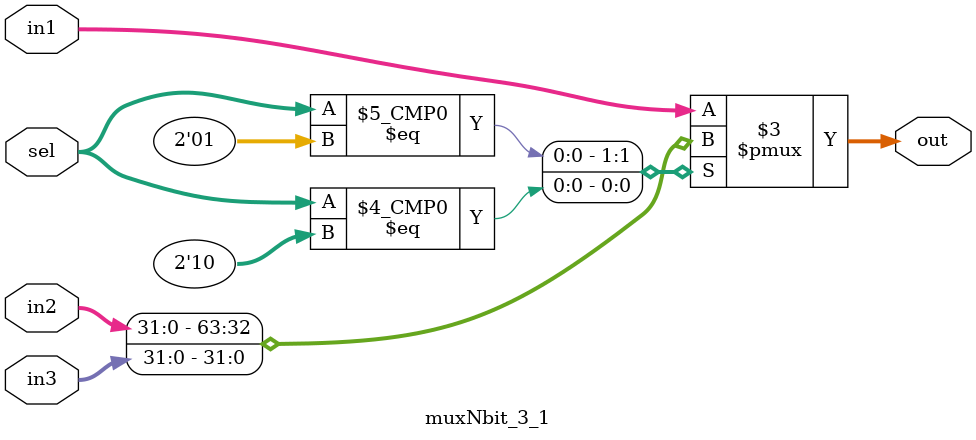
<source format=v>
module muxNbit_3_1 #(
    parameter N = 32
) (
    input [1:0] sel,
    input [N-1:0] in1, in2, in3,
    output reg [N-1:0] out
);
    always @(*) begin
        case (sel)
            2'b00:
                out <= in1;
            2'b01:
                out <= in2;
            2'b10:
                out <= in3;
            default: begin
                out <= in1;
            end
        endcase
    end
endmodule
</source>
